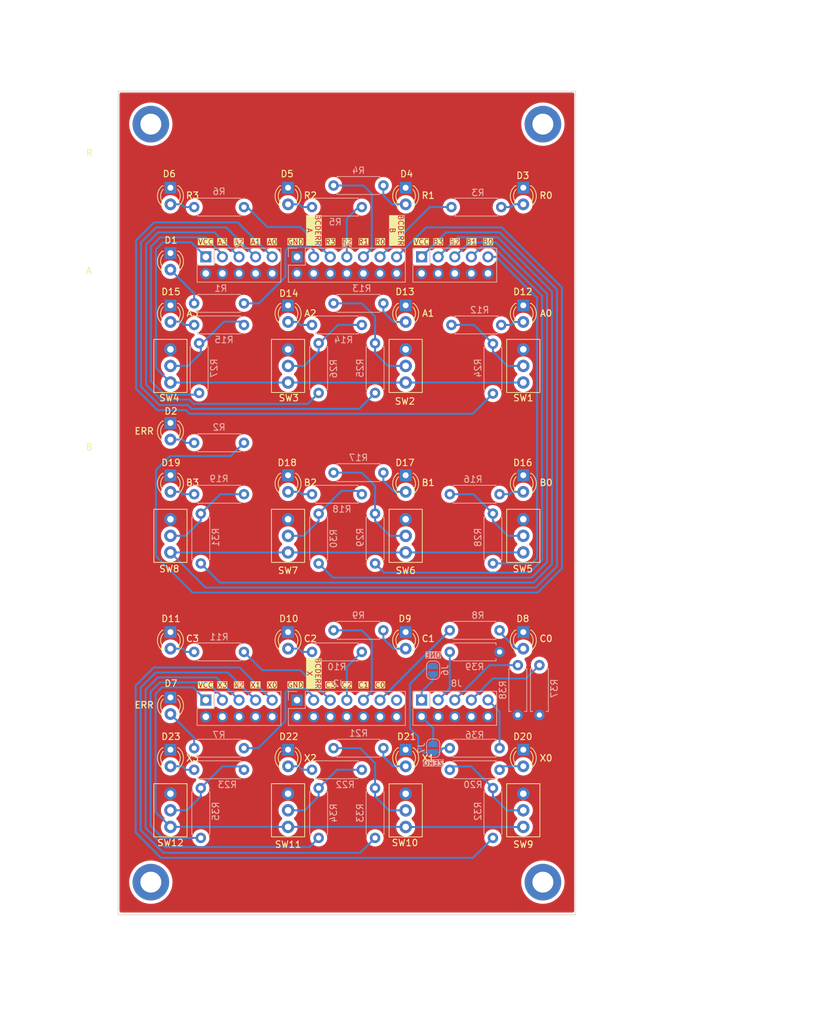
<source format=kicad_pcb>
(kicad_pcb (version 20221018) (generator pcbnew)
  (layers (0 "F.Cu" signal) (31 "B.Cu" signal) (34 "B.Paste" user) (35 "F.Paste" user) (36 "B.SilkS" user "B.Silkscreen") (37 "F.SilkS" user "F.Silkscreen") (38 "B.Mask" user) (39 "F.Mask" user) (44 "Edge.Cuts" user))
  (net 0 "")
  (net 1 "Net-(D1-A)")
  (net 2 "/BCDErrA")
  (net 3 "Net-(D2-A)")
  (net 4 "/BCDErrB")
  (net 5 "Net-(D3-A)")
  (net 6 "/RESULT0")
  (net 7 "Net-(D4-A)")
  (net 8 "/RESULT1")
  (net 9 "Net-(D5-A)")
  (net 10 "/RESULT2")
  (net 11 "Net-(D6-A)")
  (net 12 "/RESULT3")
  (net 13 "Net-(D7-A)")
  (net 14 "/BCDErrX")
  (net 15 "Net-(D8-A)")
  (net 16 "/COUNT0")
  (net 17 "Net-(D9-A)")
  (net 18 "/COUNT1")
  (net 19 "Net-(D10-A)")
  (net 20 "/COUNT2")
  (net 21 "Net-(D11-A)")
  (net 22 "/COUNT3")
  (net 23 "Net-(D12-A)")
  (net 24 "/A0")
  (net 25 "Net-(D13-A)")
  (net 26 "/A1")
  (net 27 "Net-(D14-A)")
  (net 28 "/A2")
  (net 29 "Net-(D15-A)")
  (net 30 "/A3")
  (net 31 "Net-(D16-A)")
  (net 32 "/B0")
  (net 33 "Net-(D17-A)")
  (net 34 "/B1")
  (net 35 "Net-(D18-A)")
  (net 36 "/B2")
  (net 37 "Net-(D19-A)")
  (net 38 "/B3")
  (net 39 "Net-(D20-A)")
  (net 40 "/X0")
  (net 41 "Net-(D21-A)")
  (net 42 "/X1")
  (net 43 "Net-(D22-A)")
  (net 44 "/X2")
  (net 45 "Net-(D23-A)")
  (net 46 "/X3")
  (net 47 "GND")
  (net 49 "/VCC_A")
  (net 50 "Net-(J3-Pin_3)")
  (net 51 "Net-(J3-Pin_5)")
  (net 52 "Net-(J3-Pin_7)")
  (net 53 "Net-(J3-Pin_9)")
  (net 54 "/VCC_B")
  (net 55 "Net-(J4-Pin_3)")
  (net 56 "Net-(J4-Pin_5)")
  (net 57 "Net-(J4-Pin_7)")
  (net 58 "Net-(J4-Pin_9)")
  (net 59 "/VCC_X")
  (net 60 "Net-(J5-Pin_3)")
  (net 61 "Net-(J5-Pin_5)")
  (net 62 "Net-(J5-Pin_7)")
  (net 63 "Net-(J5-Pin_9)")
  (net 64 "/VCC_ONE")
  (net 65 "Net-(J6-Pin_2)")
  (net 66 "Net-(J8-Pin_3)")
  (net 67 "Net-(J8-Pin_5)")
  (net 68 "Net-(J8-Pin_7)")
  (net 69 "Net-(J8-Pin_9)")
  (footprint "MevaLlibreriaFootprint:LED_D3.0mm_Centrat" (layer "F.Cu") (at 112.7 79.08 -90)
    (fp_text reference "D6")
    (fp_text value "LED")
  )
  (footprint "MevaLlibreriaFootprint:LED_D3.0mm_Centrat" (layer "F.Cu") (at 112.7 157.08 -90)
    (fp_text reference "D7")
    (fp_text value "LED")
  )
  (footprint "MevaLlibreriaFootprint:LED_D3.0mm_Centrat" (layer "F.Cu") (at 130.7 147.08 -90)
    (fp_text reference "D10")
    (fp_text value "LED")
  )
  (footprint "MevaLlibreriaFootprint:LED_D3.0mm_Centrat" (layer "F.Cu") (at 112.7 115.08 -90)
    (fp_text reference "D2")
    (fp_text value "LED")
  )
  (footprint "MevaLlibreriaFootprint:LED_D3.0mm_Centrat" (layer "F.Cu") (at 112.7 97.08 -90)
    (fp_text reference "D15")
    (fp_text value "LED")
  )
  (footprint "MevaLlibreriaFootprint:SW_Toggle_SPDT_Vertical_Mini" (layer "F.Cu") (at 130.7 131.08)
    (fp_text reference "SW7")
    (fp_text value "SW_SPDT")
  )
  (footprint "MevaLlibreriaFootprint:LED_D3.0mm_Centrat" (layer "F.Cu") (at 148.7 97.08 -90)
    (fp_text reference "D13")
    (fp_text value "LED")
  )
  (footprint "MevaLlibreriaFootprint:LED_D3.0mm_Centrat" (layer "F.Cu") (at 130.7 79.08 -90)
    (fp_text reference "D5")
    (fp_text value "LED")
  )
  (footprint "MevaLlibreriaFootprint:SW_Toggle_SPDT_Vertical_Mini" (layer "F.Cu") (at 148.7 105.08)
    (fp_text reference "SW2")
    (fp_text value "SW_SPDT")
  )
  (footprint "MevaLlibreriaFootprint:LED_D3.0mm_Centrat" (layer "F.Cu") (at 130.7 165.08 -90)
    (fp_text reference "D22")
    (fp_text value "LED")
  )
  (footprint "MevaLlibreriaFootprint:SW_Toggle_SPDT_Vertical_Mini" (layer "F.Cu") (at 130.7 105.08)
    (fp_text reference "SW3")
    (fp_text value "SW_SPDT")
  )
  (footprint "MevaLlibreriaFootprint:SW_Toggle_SPDT_Vertical_Mini" (layer "F.Cu") (at 148.7 131.08)
    (fp_text reference "SW6")
    (fp_text value "SW_SPDT")
  )
  (footprint "MevaLlibreriaFootprint:LED_D3.0mm_Centrat" (layer "F.Cu") (at 166.7 123.08 -90)
    (fp_text reference "D16")
    (fp_text value "LED")
  )
  (footprint "MountingHole:MountingHole_3.2mm_M3_DIN965_Pad" (layer "F.Cu") (at 169.7 184.08)
    (fp_text reference "H3" hide)
    (fp_text value "MountingHole")
  )
  (footprint "MevaLlibreriaFootprint:LED_D3.0mm_Centrat" (layer "F.Cu") (at 166.7 97.08 -90)
    (fp_text reference "D12")
    (fp_text value "LED")
  )
  (footprint "MevaLlibreriaFootprint:LED_D3.0mm_Centrat" (layer "F.Cu") (at 112.7 89.08 -90)
    (fp_text reference "D1")
    (fp_text value "LED")
  )
  (footprint "MevaLlibreriaFootprint:LED_D3.0mm_Centrat" (layer "F.Cu") (at 166.7 79.08 -90)
    (fp_text reference "D3")
    (fp_text value "LED")
  )
  (footprint "MevaLlibreriaFootprint:LED_D3.0mm_Centrat" (layer "F.Cu") (at 112.7 165.08 -90)
    (fp_text reference "D23")
    (fp_text value "LED")
  )
  (footprint "MevaLlibreriaFootprint:SW_Toggle_SPDT_Vertical_Mini" (layer "F.Cu") (at 166.7 131.08)
    (fp_text reference "SW5")
    (fp_text value "SW_SPDT")
  )
  (footprint "MevaLlibreriaFootprint:LED_D3.0mm_Centrat" (layer "F.Cu") (at 148.7 123.08 -90)
    (fp_text reference "D17")
    (fp_text value "LED")
  )
  (footprint "MevaLlibreriaFootprint:LED_D3.0mm_Centrat" (layer "F.Cu") (at 112.7 123.08 -90)
    (fp_text reference "D19")
    (fp_text value "LED")
  )
  (footprint "MevaLlibreriaFootprint:LED_D3.0mm_Centrat" (layer "F.Cu") (at 130.7 123.08 -90)
    (fp_text reference "D18")
    (fp_text value "LED")
  )
  (footprint "MevaLlibreriaFootprint:LED_D3.0mm_Centrat" (layer "F.Cu") (at 112.7 147.08 -90)
    (fp_text reference "D11")
    (fp_text value "LED")
  )
  (footprint "MevaLlibreriaFootprint:LED_D3.0mm_Centrat" (layer "F.Cu") (at 148.7 147.08 -90)
    (fp_text reference "D9")
    (fp_text value "LED")
  )
  (footprint "MevaLlibreriaFootprint:LED_D3.0mm_Centrat" (layer "F.Cu") (at 130.7 97.08 -90)
    (fp_text reference "D14")
    (fp_text value "LED")
  )
  (footprint "MevaLlibreriaFootprint:SW_Toggle_SPDT_Vertical_Mini" (layer "F.Cu") (at 112.7 131.08)
    (fp_text reference "SW8")
    (fp_text value "SW_SPDT")
  )
  (footprint "MountingHole:MountingHole_3.2mm_M3_DIN965_Pad" (layer "F.Cu") (at 169.7 68.08)
    (fp_text reference "H2" hide)
    (fp_text value "MountingHole")
  )
  (footprint "MevaLlibreriaFootprint:SW_Toggle_SPDT_Vertical_Mini" (layer "F.Cu") (at 166.7 173.08)
    (fp_text reference "SW9")
    (fp_text value "SW_SPDT")
  )
  (footprint "MevaLlibreriaFootprint:SW_Toggle_SPDT_Vertical_Mini" (layer "F.Cu") (at 112.7 105.08)
    (fp_text reference "SW4")
    (fp_text value "SW_SPDT")
  )
  (footprint "MevaLlibreriaFootprint:LED_D3.0mm_Centrat" (layer "F.Cu") (at 166.7 147.08 -90)
    (fp_text reference "D8")
    (fp_text value "LED")
  )
  (footprint "MevaLlibreriaFootprint:LED_D3.0mm_Centrat" (layer "F.Cu") (at 148.7 165.08 -90)
    (fp_text reference "D21")
    (fp_text value "LED")
  )
  (footprint "MevaLlibreriaFootprint:SW_Toggle_SPDT_Vertical_Mini" (layer "F.Cu") (at 112.7 173.08)
    (fp_text reference "SW12")
    (fp_text value "SW_SPDT")
  )
  (footprint "MountingHole:MountingHole_3.2mm_M3_DIN965_Pad" (layer "F.Cu") (at 109.7 184.08)
    (fp_text reference "H4" hide)
    (fp_text value "MountingHole")
  )
  (footprint "MevaLlibreriaFootprint:SW_Toggle_SPDT_Vertical_Mini" (layer "F.Cu") (at 166.7 105.08)
    (fp_text reference "SW1")
    (fp_text value "SW_SPDT")
  )
  (footprint "MevaLlibreriaFootprint:SW_Toggle_SPDT_Vertical_Mini" (layer "F.Cu") (at 148.7 173.096)
    (fp_text reference "SW10")
    (fp_text value "SW_SPDT")
  )
  (footprint "MountingHole:MountingHole_3.2mm_M3_DIN965_Pad" (layer "F.Cu") (at 109.7 68.08)
    (fp_text reference "H1" hide)
    (fp_text value "MountingHole")
  )
  (footprint "MevaLlibreriaFootprint:LED_D3.0mm_Centrat" (layer "F.Cu") (at 166.7 165.08 -90)
    (fp_text reference "D20")
    (fp_text value "LED")
  )
  (footprint "MevaLlibreriaFootprint:LED_D3.0mm_Centrat" (layer "F.Cu") (at 148.7 79.08 -90)
    (fp_text reference "D4")
    (fp_text value "LED")
  )
  (footprint "MevaLlibreriaFootprint:SW_Toggle_SPDT_Vertical_Mini" (layer "F.Cu") (at 130.7 173.08)
    (fp_text reference "SW11")
    (fp_text value "SW_SPDT")
  )
  (footprint "Jumper:SolderJumper-2_P1.3mm_Open_RoundedPad1.0x1.5mm" (layer "B.Cu") (at 152.908 163.576 -90)
    (fp_text reference "J7")
    (fp_text value "Conn_01x02_Pin")
  )
  (footprint "Resistor_THT:R_Axial_DIN0207_L6.3mm_D2.5mm_P7.62mm_Horizontal" (layer "B.Cu") (at 123.952 80.772 180)
    (fp_text reference "R6")
    (fp_text value "4K7")
  )
  (footprint "Resistor_THT:R_Axial_DIN0207_L6.3mm_D2.5mm_P7.62mm_Horizontal" (layer "B.Cu") (at 137.668 77.47)
    (fp_text reference "R4")
    (fp_text value "4K7")
  )
  (footprint "Resistor_THT:R_Axial_DIN0207_L6.3mm_D2.5mm_P7.62mm_Horizontal" (layer "B.Cu") (at 155.448 145.542)
    (fp_text reference "R8")
    (fp_text value "4K7")
  )
  (footprint "Jumper:SolderJumper-2_P1.3mm_Open_RoundedPad1.0x1.5mm" (layer "B.Cu") (at 152.908 151.638 90)
    (fp_text reference "J6")
    (fp_text value "Conn_01x02_Pin")
  )
  (footprint "Resistor_THT:R_Axial_DIN0207_L6.3mm_D2.5mm_P7.62mm_Horizontal" (layer "B.Cu") (at 123.952 116.84 180)
    (fp_text reference "R2")
    (fp_text value "4K7")
  )
  (footprint "Resistor_THT:R_Axial_DIN0207_L6.3mm_D2.5mm_P7.62mm_Horizontal" (layer "B.Cu") (at 165.862 158.496 90)
    (fp_text reference "R38")
    (fp_text value "470R")
  )
  (footprint "Resistor_THT:R_Axial_DIN0207_L6.3mm_D2.5mm_P7.62mm_Horizontal" (layer "B.Cu") (at 155.448 166.878)
    (fp_text reference "R20")
    (fp_text value "4K7")
  )
  (footprint "Resistor_THT:R_Axial_DIN0207_L6.3mm_D2.5mm_P7.62mm_Horizontal" (layer "B.Cu") (at 123.952 95.504 180)
    (fp_text reference "R1")
    (fp_text value "4K7")
  )
  (footprint "Resistor_THT:R_Axial_DIN0207_L6.3mm_D2.5mm_P7.62mm_Horizontal" (layer "B.Cu") (at 141.986 124.714 180)
    (fp_text reference "R18")
    (fp_text value "4K7")
  )
  (footprint "Resistor_THT:R_Axial_DIN0207_L6.3mm_D2.5mm_P7.62mm_Horizontal" (layer "B.Cu") (at 135.382 169.688 -90)
    (fp_text reference "R34")
    (fp_text value "470R")
  )
  (footprint "Resistor_THT:R_Axial_DIN0207_L6.3mm_D2.5mm_P7.62mm_Horizontal" (layer "B.Cu") (at 162.052 101.69 -90)
    (fp_text reference "R24")
    (fp_text value "470R")
  )
  (footprint "Resistor_THT:R_Axial_DIN0207_L6.3mm_D2.5mm_P7.62mm_Horizontal" (layer "B.Cu") (at 137.668 145.542)
    (fp_text reference "R9")
    (fp_text value "4K7")
  )
  (footprint "Resistor_THT:R_Axial_DIN0207_L6.3mm_D2.5mm_P7.62mm_Horizontal" (layer "B.Cu") (at 162.052 127.682 -90)
    (fp_text reference "R28")
    (fp_text value "470R")
  )
  (footprint "Resistor_THT:R_Axial_DIN0207_L6.3mm_D2.5mm_P7.62mm_Horizontal" (layer "B.Cu") (at 141.986 98.806 180)
    (fp_text reference "R14")
    (fp_text value "4K7")
  )
  (footprint "Resistor_THT:R_Axial_DIN0207_L6.3mm_D2.5mm_P7.62mm_Horizontal" (layer "B.Cu") (at 117.348 169.688 -90)
    (fp_text reference "R35")
    (fp_text value "470R")
  )
  (footprint "Resistor_THT:R_Axial_DIN0207_L6.3mm_D2.5mm_P7.62mm_Horizontal" (layer "B.Cu") (at 123.952 98.806 180)
    (fp_text reference "R15")
    (fp_text value "4K7")
  )
  (footprint "Resistor_THT:R_Axial_DIN0207_L6.3mm_D2.5mm_P7.62mm_Horizontal" (layer "B.Cu") (at 117.094 101.6 -90)
    (fp_text reference "R27")
    (fp_text value "470R")
  )
  (footprint "Resistor_THT:R_Axial_DIN0207_L6.3mm_D2.5mm_P7.62mm_Horizontal" (layer "B.Cu") (at 123.952 163.576 180)
    (fp_text reference "R7")
    (fp_text value "4K7")
  )
  (footprint "Resistor_THT:R_Axial_DIN0207_L6.3mm_D2.5mm_P7.62mm_Horizontal" (layer "B.Cu") (at 141.986 80.772 180)
    (fp_text reference "R5")
    (fp_text value "4K7")
  )
  (footprint "Resistor_THT:R_Axial_DIN0207_L6.3mm_D2.5mm_P7.62mm_Horizontal" (layer "B.Cu") (at 163.068 148.844 180)
    (fp_text reference "R39")
    (fp_text value "470R")
  )
  (footprint "Resistor_THT:R_Axial_DIN0207_L6.3mm_D2.5mm_P7.62mm_Horizontal" (layer "B.Cu") (at 155.448 163.576)
    (fp_text reference "R36")
    (fp_text value "470R")
  )
  (footprint "Connector_PinHeader_2.54mm:PinHeader_2x07_P2.54mm_Vertical" (layer "B.Cu") (at 132.075 88.387 -90)
    (fp_text reference "J1")
    (fp_text value "Conn_01x14_Socket" hide)
  )
  (footprint "Resistor_THT:R_Axial_DIN0207_L6.3mm_D2.5mm_P7.62mm_Horizontal" (layer "B.Cu") (at 155.448 124.714)
    (fp_text reference "R16")
    (fp_text value "4K7")
  )
  (footprint "Resistor_THT:R_Axial_DIN0207_L6.3mm_D2.5mm_P7.62mm_Horizontal" (layer "B.Cu") (at 137.668 163.576)
    (fp_text reference "R21")
    (fp_text value "4K7")
  )
  (footprint "Resistor_THT:R_Axial_DIN0207_L6.3mm_D2.5mm_P7.62mm_Horizontal" (layer "B.Cu") (at 137.668 121.412)
    (fp_text reference "R17")
    (fp_text value "4K7")
  )
  (footprint "Resistor_THT:R_Axial_DIN0207_L6.3mm_D2.5mm_P7.62mm_Horizontal" (layer "B.Cu") (at 135.382 127.69 -90)
    (fp_text reference "R30")
    (fp_text value "470R")
  )
  (footprint "Resistor_THT:R_Axial_DIN0207_L6.3mm_D2.5mm_P7.62mm_Horizontal" (layer "B.Cu") (at 144.018 169.688 -90)
    (fp_text reference "R33")
    (fp_text value "470R")
  )
  (footprint "Connector_PinHeader_2.54mm:PinHeader_2x07_P2.54mm_Vertical" (layer "B.Cu") (at 132.075 156.221 -90)
    (fp_text reference "J2")
    (fp_text value "Conn_01x14_Socket" hide)
  )
  (footprint "Resistor_THT:R_Axial_DIN0207_L6.3mm_D2.5mm_P7.62mm_Horizontal" (layer "B.Cu") (at 155.702 80.772)
    (fp_text reference "R3")
    (fp_text value "4K7")
  )
  (footprint "Resistor_THT:R_Axial_DIN0207_L6.3mm_D2.5mm_P7.62mm_Horizontal" (layer "B.Cu") (at 144.018 127.682 -90)
    (fp_text reference "R29")
    (fp_text value "470R")
  )
  (footprint "Resistor_THT:R_Axial_DIN0207_L6.3mm_D2.5mm_P7.62mm_Horizontal" (layer "B.Cu") (at 117.348 127.682 -90)
    (fp_text reference "R31")
    (fp_text value "470R")
  )
  (footprint "Connector_PinHeader_2.54mm:PinHeader_2x05_P2.54mm_Vertical" (layer "B.Cu") (at 151.135 156.205 -90)
    (fp_text reference "J8")
    (fp_text value "Conn_01x10_Socket")
  )
  (footprint "Connector_PinHeader_2.54mm:PinHeader_2x05_P2.54mm_Vertical" (layer "B.Cu") (at 151.135 88.387 -90)
    (fp_text reference "J4")
    (fp_text value "Conn_01x10_Socket" hide)
  )
  (footprint "Resistor_THT:R_Axial_DIN0207_L6.3mm_D2.5mm_P7.62mm_Horizontal" (layer "B.Cu") (at 162.052 169.688 -90)
    (fp_text reference "R32")
    (fp_text value "470R")
  )
  (footprint "Connector_PinHeader_2.54mm:PinHeader_2x05_P2.54mm_Vertical" (layer "B.Cu") (at 118.115 156.221 -90)
    (fp_text reference "J5")
    (fp_text value "Conn_01x10_Socket" hide)
  )
  (footprint "Resistor_THT:R_Axial_DIN0207_L6.3mm_D2.5mm_P7.62mm_Horizontal" (layer "B.Cu") (at 144.018 101.6 -90)
    (fp_text reference "R25")
    (fp_text value "470R")
  )
  (footprint "Resistor_THT:R_Axial_DIN0207_L6.3mm_D2.5mm_P7.62mm_Horizontal" (layer "B.Cu") (at 137.668 95.504)
    (fp_text reference "R13")
    (fp_text value "4K7")
  )
  (footprint "Connector_PinHeader_2.54mm:PinHeader_2x05_P2.54mm_Vertical" (layer "B.Cu") (at 118.115 88.387 -90)
    (fp_text reference "J3")
    (fp_text value "Conn_01x10_Socket" hide)
  )
  (footprint "Resistor_THT:R_Axial_DIN0207_L6.3mm_D2.5mm_P7.62mm_Horizontal" (layer "B.Cu") (at 169.164 158.496 90)
    (fp_text reference "R37")
    (fp_text value "470R")
  )
  (footprint "Resistor_THT:R_Axial_DIN0207_L6.3mm_D2.5mm_P7.62mm_Horizontal" (layer "B.Cu") (at 141.986 166.878 180)
    (fp_text reference "R22")
    (fp_text value "4K7")
  )
  (footprint "Resistor_THT:R_Axial_DIN0207_L6.3mm_D2.5mm_P7.62mm_Horizontal" (layer "B.Cu") (at 123.952 124.714 180)
    (fp_text reference "R19")
    (fp_text value "4K7")
  )
  (footprint "Resistor_THT:R_Axial_DIN0207_L6.3mm_D2.5mm_P7.62mm_Horizontal" (layer "B.Cu") (at 155.702 98.806)
    (fp_text reference "R12")
    (fp_text value "4K7")
  )
  (footprint "Resistor_THT:R_Axial_DIN0207_L6.3mm_D2.5mm_P7.62mm_Horizontal" (layer "B.Cu") (at 123.952 148.844 180)
    (fp_text reference "R11")
    (fp_text value "4K7")
  )
  (footprint "Resistor_THT:R_Axial_DIN0207_L6.3mm_D2.5mm_P7.62mm_Horizontal" (layer "B.Cu") (at 135.382 101.6 -90)
    (fp_text reference "R26")
    (fp_text value "470R")
  )
  (footprint "Resistor_THT:R_Axial_DIN0207_L6.3mm_D2.5mm_P7.62mm_Horizontal" (layer "B.Cu") (at 141.986 148.844 180)
    (fp_text reference "R10")
    (fp_text value "4K7")
  )
  (footprint "Resistor_THT:R_Axial_DIN0207_L6.3mm_D2.5mm_P7.62mm_Horizontal" (layer "B.Cu") (at 123.952 166.878 180)
    (fp_text reference "R23")
    (fp_text value "4K7")
  )
  (gr_rect (start 104.7 63.048) (end 174.7 189.08) (stroke (width 0.1)) (fill none) (layer "Edge.Cuts"))
  (gr_text "ONE" (at 152.908 149.352) (layer "B.SilkS" knockout) (effects (font (size 0.8 0.8) (thickness 0.12)) (justify mirror)))
  (gr_text "ZERO" (at 152.908 165.862) (layer "B.SilkS" knockout) (effects (font (size 0.8 0.8) (thickness 0.12)) (justify mirror)))
  (gr_text "A0" (at 128.27 86.106) (layer "F.SilkS" knockout) (effects (font (size 0.8 0.8) (thickness 0.12))))
  (gr_text "R1" (at 142.24 86.106) (layer "F.SilkS" knockout) (effects (font (size 0.8 0.8) (thickness 0.12))))
  (gr_text "VCC" (at 118.11 153.924) (layer "F.SilkS" knockout) (effects (font (size 0.8 0.8) (thickness 0.12))))
  (gr_text "B3" (at 116.078 122.936) (layer "F.SilkS") (effects (font (size 1 1) (thickness 0.16))))
  (gr_text "C0" (at 170.18 146.812) (layer "F.SilkS") (effects (font (size 1 1) (thickness 0.16))))
  (gr_text "A2" (at 134.112 97.028) (layer "F.SilkS") (effects (font (size 1 1) (thickness 0.16))))
  (gr_text "X2" (at 134.112 165.1) (layer "F.SilkS") (effects (font (size 1 1) (thickness 0.16))))
  (gr_text "X3" (at 120.65 153.924) (layer "F.SilkS" knockout) (effects (font (size 0.8 0.8) (thickness 0.12))))
  (gr_text "B2" (at 134.112 122.936) (layer "F.SilkS") (effects (font (size 1 1) (thickness 0.16))))
  (gr_text "B" (at 99.7 118.08) (layer "F.SilkS") (effects (font (size 1 1)) (justify left bottom)))
  (gr_text "B0" (at 170.18 122.936) (layer "F.SilkS") (effects (font (size 1 1) (thickness 0.16))))
  (gr_text "B2" (at 156.21 86.106) (layer "F.SilkS" knockout) (effects (font (size 0.8 0.8) (thickness 0.12))))
  (gr_text "ERR" (at 110.236 115.062) (layer "F.SilkS") (effects (font (size 1 1) (thickness 0.16)) (justify right)))
  (gr_text "BCDERR\nA" (at 134.62 84.328 270) (layer "F.SilkS" knockout) (effects (font (size 0.8 0.8) (thickness 0.12))))
  (gr_text "A1" (at 125.73 86.106) (layer "F.SilkS" knockout) (effects (font (size 0.8 0.8) (thickness 0.12))))
  (gr_text "R3" (at 137.16 86.106) (layer "F.SilkS" knockout) (effects (font (size 0.8 0.8) (thickness 0.12))))
  (gr_text "A" (at 99.7 91.08) (layer "F.SilkS") (effects (font (size 1 1)) (justify left bottom)))
  (gr_text "R1" (at 152.146 78.994) (layer "F.SilkS") (effects (font (size 1 1) (thickness 0.16))))
  (gr_text "R0" (at 144.78 86.106) (layer "F.SilkS" knockout) (effects (font (size 0.8 0.8) (thickness 0.12))))
  (gr_text "R0" (at 170.18 78.994) (layer "F.SilkS") (effects (font (size 1 1) (thickness 0.16))))
  (gr_text "C2" (at 134.112 146.812) (layer "F.SilkS") (effects (font (size 1 1) (thickness 0.16))))
  (gr_text "X0" (at 128.27 153.924) (layer "F.SilkS" knockout) (effects (font (size 0.8 0.8) (thickness 0.12))))
  (gr_text "ERR" (at 110.236 156.972) (layer "F.SilkS") (effects (font (size 1 1) (thickness 0.16)) (justify right)))
  (gr_text "B3" (at 153.67 86.106) (layer "F.SilkS" knockout) (effects (font (size 0.8 0.8) (thickness 0.12))))
  (gr_text "R2" (at 139.7 86.106) (layer "F.SilkS" knockout) (effects (font (size 0.8 0.8) (thickness 0.12))))
  (gr_text "A3" (at 120.65 86.106) (layer "F.SilkS" knockout) (effects (font (size 0.8 0.8) (thickness 0.12))))
  (gr_text "C2" (at 139.7 153.924) (layer "F.SilkS" knockout) (effects (font (size 0.8 0.8) (thickness 0.12))))
  (gr_text "BCDERR\nB" (at 147.32 84.328 270) (layer "F.SilkS" knockout) (effects (font (size 0.8 0.8) (thickness 0.12))))
  (gr_text "A2" (at 123.19 86.106) (layer "F.SilkS" knockout) (effects (font (size 0.8 0.8) (thickness 0.12))))
  (gr_text "C3" (at 116.078 146.812) (layer "F.SilkS") (effects (font (size 1 1) (thickness 0.16))))
  (gr_text "A1" (at 152.146 97.028) (layer "F.SilkS") (effects (font (size 1 1) (thickness 0.16))))
  (gr_text "R2" (at 134.112 78.994) (layer "F.SilkS") (effects (font (size 1 1) (thickness 0.16))))
  (gr_text "C0" (at 144.78 153.924) (layer "F.SilkS" knockout) (effects (font (size 0.8 0.8) (thickness 0.12))))
  (gr_text "R" (at 99.7 73.08) (layer "F.SilkS") (effects (font (size 1 1)) (justify left bottom)))
  (gr_text "C3" (at 137.16 153.924) (layer "F.SilkS" knockout) (effects (font (size 0.8 0.8) (thickness 0.12))))
  (gr_text "B0" (at 161.29 86.106) (layer "F.SilkS" knockout) (effects (font (size 0.8 0.8) (thickness 0.12))))
  (gr_text "R3" (at 116.078 78.994) (layer "F.SilkS") (effects (font (size 1 1) (thickness 0.16))))
  (gr_text "B1" (at 152.146 122.936) (layer "F.SilkS") (effects (font (size 1 1) (thickness 0.16))))
  (gr_text "X1" (at 152.146 165.1) (layer "F.SilkS") (effects (font (size 1 1) (thickness 0.16))))
  (gr_text "B1" (at 158.75 86.106) (layer "F.SilkS" knockout) (effects (font (size 0.8 0.8) (thickness 0.12))))
  (gr_text "A0" (at 170.18 97.028) (layer "F.SilkS") (effects (font (size 1 1) (thickness 0.16))))
  (gr_text "X2" (at 123.19 153.924) (layer "F.SilkS" knockout) (effects (font (size 0.8 0.8) (thickness 0.12))))
  (gr_text "GND" (at 131.826 86.106) (layer "F.SilkS" knockout) (effects (font (size 0.8 0.8) (thickness 0.12))))
  (gr_text "A3" (at 116.078 97.028) (layer "F.SilkS") (effects (font (size 1 1) (thickness 0.16))))
  (gr_text "C1" (at 152.146 146.812) (layer "F.SilkS") (effects (font (size 1 1) (thickness 0.16))))
  (gr_text "X0" (at 170.18 165.1) (layer "F.SilkS") (effects (font (size 1 1) (thickness 0.16))))
  (gr_text "VCC" (at 151.13 86.106) (layer "F.SilkS" knockout) (effects (font (size 0.8 0.8) (thickness 0.12))))
  (gr_text "X3" (at 116.078 165.1) (layer "F.SilkS") (effects (font (size 1 1) (thickness 0.16))))
  (gr_text "C1" (at 142.24 153.924) (layer "F.SilkS" knockout) (effects (font (size 0.8 0.8) (thickness 0.12))))
  (gr_text "VCC" (at 118.11 86.106) (layer "F.SilkS" knockout) (effects (font (size 0.8 0.8) (thickness 0.12))))
  (gr_text "GND" (at 131.826 153.924) (layer "F.SilkS" knockout) (effects (font (size 0.8 0.8) (thickness 0.12))))
  (gr_text "BCDERR\nX" (at 134.62 152.146 270) (layer "F.SilkS" knockout) (effects (font (size 0.8 0.8) (thickness 0.12))))
  (gr_text "X1" (at 125.73 153.924) (layer "F.SilkS" knockout) (effects (font (size 0.8 0.8) (thickness 0.12))))
  (segment (start 112.7 90.35) (end 116.332 93.982) (width 0.3048) (layer "B.Cu") (net 1))
  (segment (start 116.332 93.982) (end 116.332 95.504) (width 0.3048) (layer "B.Cu") (net 1))
  (segment (start 134.615 88.387) (end 134.615 87.371) (width 0.3048) (layer "B.Cu") (net 2))
  (segment (start 130.302 91.44) (end 126.238 95.504) (width 0.3048) (layer "B.Cu") (net 2))
  (segment (start 134.615 87.371) (end 134.1714 86.9274) (width 0.3048) (layer "B.Cu") (net 2))
  (segment (start 134.1714 86.9274) (end 130.7506 86.9274) (width 0.3048) (layer "B.Cu") (net 2))
  (segment (start 126.238 95.504) (end 123.952 95.504) (width 0.3048) (layer "B.Cu") (net 2))
  (segment (start 130.302 87.376) (end 130.302 91.44) (width 0.3048) (layer "B.Cu") (net 2))
  (segment (start 130.7506 86.9274) (end 130.302 87.376) (width 0.3048) (layer "B.Cu") (net 2))
  (segment (start 115.062 116.84) (end 116.332 116.84) (width 0.3048) (layer "B.Cu") (net 3))
  (segment (start 112.7 116.35) (end 114.572 116.35) (width 0.3048) (layer "B.Cu") (net 3))
  (segment (start 114.572 116.35) (end 115.062 116.84) (width 0.3048) (layer "B.Cu") (net 3))
  (segment (start 147.315 88.387) (end 151.8226 83.8794) (width 0.3048) (layer "B.Cu") (net 4))
  (segment (start 110.49 134.186318) (end 110.49 121.0008) (width 0.3048) (layer "B.Cu") (net 4))
  (segment (start 110.49 121.0008) (end 112.6188 118.872) (width 0.3048) (layer "B.Cu") (net 4))
  (segment (start 151.8226 83.8794) (end 163.418719 83.8794) (width 0.3048) (layer "B.Cu") (net 4))
  (segment (start 116.063282 139.7596) (end 110.49 134.186318) (width 0.3048) (layer "B.Cu") (net 4))
  (segment (start 121.92 118.872) (end 123.952 116.84) (width 0.3048) (layer "B.Cu") (net 4))
  (segment (start 112.6188 118.872) (end 121.92 118.872) (width 0.3048) (layer "B.Cu") (net 4))
  (segment (start 172.6196 136.06055) (end 168.920551 139.7596) (width 0.3048) (layer "B.Cu") (net 4))
  (segment (start 168.920551 139.7596) (end 116.063282 139.7596) (width 0.3048) (layer "B.Cu") (net 4))
  (segment (start 172.6196 93.080279) (end 172.6196 136.06055) (width 0.3048) (layer "B.Cu") (net 4))
  (segment (start 163.418719 83.8794) (end 172.6196 93.080279) (width 0.3048) (layer "B.Cu") (net 4))
  (segment (start 166.7 80.35) (end 165.268 80.35) (width 0.3048) (layer "B.Cu") (net 5))
  (segment (start 165.268 80.35) (end 164.846 80.772) (width 0.3048) (layer "B.Cu") (net 5))
  (segment (start 164.846 80.772) (end 163.322 80.772) (width 0.3048) (layer "B.Cu") (net 5))
  (segment (start 144.775 88.387) (end 152.39 80.772) (width 0.3048) (layer "B.Cu") (net 6))
  (segment (start 152.39 80.772) (end 155.702 80.772) (width 0.3048) (layer "B.Cu") (net 6))
  (segment (start 146.644 80.35) (end 145.288 78.994) (width 0.3048) (layer "B.Cu") (net 7))
  (segment (start 148.7 80.35) (end 146.644 80.35) (width 0.3048) (layer "B.Cu") (net 7))
  (segment (start 145.288 78.994) (end 145.288 76.866) (width 0.3048) (layer "B.Cu") (net 7))
  (segment (start 142.235 88.387) (end 143.51 87.112) (width 0.3048) (layer "B.Cu") (net 8))
  (segment (start 143.51 87.112) (end 143.51 78.74) (width 0.3048) (layer "B.Cu") (net 8))
  (segment (start 142.24 77.47) (end 137.668 77.47) (width 0.3048) (layer "B.Cu") (net 8))
  (segment (start 143.51 78.74) (end 142.24 77.47) (width 0.3048) (layer "B.Cu") (net 8))
  (segment (start 132.42 80.35) (end 130.7 80.35) (width 0.3048) (layer "B.Cu") (net 9))
  (segment (start 132.842 80.772) (end 132.42 80.35) (width 0.3048) (layer "B.Cu") (net 9))
  (segment (start 134.366 80.772) (end 132.842 80.772) (width 0.3048) (layer "B.Cu") (net 9))
  (segment (start 139.695 82.555) (end 141.986 80.264) (width 0.3048) (layer "B.Cu") (net 10))
  (segment (start 139.695 88.387) (end 139.695 82.555) (width 0.3048) (layer "B.Cu") (net 10))
  (segment (start 112.882 80.168) (end 112.7 80.35) (width 0.3048) (layer "B.Cu") (net 11))
  (segment (start 112.7 80.35) (end 114.386 80.35) (width 0.3048) (layer "B.Cu") (net 11))
  (segment (start 114.808 80.772) (end 116.332 80.772) (width 0.3048) (layer "B.Cu") (net 11))
  (segment (start 114.386 80.35) (end 114.808 80.772) (width 0.3048) (layer "B.Cu") (net 11))
  (segment (start 132.588 83.82) (end 127.508 83.82) (width 0.3048) (layer "B.Cu") (net 12))
  (segment (start 137.155 88.387) (end 132.588 83.82) (width 0.3048) (layer "B.Cu") (net 12))
  (segment (start 127.508 83.82) (end 123.952 80.264) (width 0.3048) (layer "B.Cu") (net 12))
  (segment (start 116.332 161.982) (end 116.332 163.576) (width 0.3048) (layer "B.Cu") (net 13))
  (segment (start 112.7 158.35) (end 116.332 161.982) (width 0.3048) (layer "B.Cu") (net 13))
  (segment (start 133.366 154.448) (end 134.615 155.697) (width 0.3048) (layer "B.Cu") (net 14))
  (segment (start 130.302 155.0748) (end 130.9288 154.448) (width 0.3048) (layer "B.Cu") (net 14))
  (segment (start 130.9288 154.448) (end 133.366 154.448) (width 0.3048) (layer "B.Cu") (net 14))
  (segment (start 123.952 163.576) (end 126.135093 163.576) (width 0.3048) (layer "B.Cu") (net 14))
  (segment (start 126.135093 163.576) (end 130.302 159.409093) (width 0.3048) (layer "B.Cu") (net 14))
  (segment (start 130.302 159.409093) (end 130.302 155.0748) (width 0.3048) (layer "B.Cu") (net 14))
  (segment (start 134.615 155.697) (end 134.615 156.221) (width 0.3048) (layer "B.Cu") (net 14))
  (segment (start 163.068 145.796) (end 163.068 145.034) (width 0.3048) (layer "B.Cu") (net 15))
  (segment (start 166.7 148.35) (end 165.622 148.35) (width 0.3048) (layer "B.Cu") (net 15))
  (segment (start 165.622 148.35) (end 163.068 145.796) (width 0.3048) (layer "B.Cu") (net 15))
  (segment (start 144.775 156.221) (end 155.448 145.548) (width 0.3048) (layer "B.Cu") (net 16))
  (segment (start 155.448 145.548) (end 155.448 145.542) (width 0.3048) (layer "B.Cu") (net 16))
  (segment (start 146.826 148.35) (end 145.288 146.812) (width 0.3048) (layer "B.Cu") (net 17))
  (segment (start 148.7 148.35) (end 146.826 148.35) (width 0.3048) (layer "B.Cu") (net 17))
  (segment (start 145.288 146.812) (end 145.288 145.542) (width 0.3048) (layer "B.Cu") (net 17))
  (segment (start 143.51 154.946) (end 143.51 147.066) (width 0.3048) (layer "B.Cu") (net 18))
  (segment (start 142.235 156.221) (end 143.51 154.946) (width 0.3048) (layer "B.Cu") (net 18))
  (segment (start 143.51 147.066) (end 141.986 145.542) (width 0.3048) (layer "B.Cu") (net 18))
  (segment (start 141.986 145.542) (end 137.668 145.542) (width 0.3048) (layer "B.Cu") (net 18))
  (segment (start 130.7 148.35) (end 132.348 148.35) (width 0.3048) (layer "B.Cu") (net 19))
  (segment (start 132.348 148.35) (end 132.842 148.844) (width 0.3048) (layer "B.Cu") (net 19))
  (segment (start 132.842 148.844) (end 134.366 148.844) (width 0.3048) (layer "B.Cu") (net 19))
  (segment (start 139.695 156.221) (end 139.695 151.135) (width 0.3048) (layer "B.Cu") (net 20))
  (segment (start 139.695 151.135) (end 141.986 148.844) (width 0.3048) (layer "B.Cu") (net 20))
  (segment (start 115.062 148.844) (end 116.332 148.844) (width 0.3048) (layer "B.Cu") (net 21))
  (segment (start 114.568 148.35) (end 115.062 148.844) (width 0.3048) (layer "B.Cu") (net 21))
  (segment (start 112.7 148.35) (end 114.568 148.35) (width 0.3048) (layer "B.Cu") (net 21))
  (segment (start 137.155 156.221) (end 132.572 151.638) (width 0.3048) (layer "B.Cu") (net 22))
  (segment (start 132.572 151.638) (end 126.746 151.638) (width 0.3048) (layer "B.Cu") (net 22))
  (segment (start 126.746 151.638) (end 123.952 148.844) (width 0.3048) (layer "B.Cu") (net 22))
  (segment (start 165.302 98.35) (end 164.846 98.806) (width 0.3048) (layer "B.Cu") (net 23))
  (segment (start 164.846 98.806) (end 163.322 98.806) (width 0.3048) (layer "B.Cu") (net 23))
  (segment (start 166.7 98.35) (end 165.302 98.35) (width 0.3048) (layer "B.Cu") (net 23))
  (segment (start 162.052 102.87) (end 164.262 105.08) (width 0.3048) (layer "B.Cu") (net 24))
  (segment (start 164.262 105.08) (end 166.7 105.08) (width 0.3048) (layer "B.Cu") (net 24))
  (segment (start 155.702 98.806) (end 159.168 98.806) (width 0.3048) (layer "B.Cu") (net 24))
  (segment (start 162.052 101.69) (end 162.052 102.87) (width 0.3048) (layer "B.Cu") (net 24))
  (segment (start 159.168 98.806) (end 162.052 101.69) (width 0.3048) (layer "B.Cu") (net 24))
  (segment (start 148.7 98.35) (end 146.864 98.35) (width 0.3048) (layer "B.Cu") (net 25))
  (segment (start 146.864 98.35) (end 145.288 96.774) (width 0.3048) (layer "B.Cu") (net 25))
  (segment (start 145.288 96.774) (end 145.288 95.504) (width 0.3048) (layer "B.Cu") (net 25))
  (segment (start 144.018 97.536) (end 141.986 95.504) (width 0.3048) (layer "B.Cu") (net 26))
  (segment (start 141.986 95.504) (end 137.668 95.504) (width 0.3048) (layer "B.Cu") (net 26))
  (segment (start 144.018 101.854) (end 144.018 103.124) (width 0.3048) (layer "B.Cu") (net 26))
  (segment (start 144.018 101.854) (end 144.018 97.536) (width 0.3048) (layer "B.Cu") (net 26))
  (segment (start 145.974 105.08) (end 148.7 105.08) (width 0.3048) (layer "B.Cu") (net 26))
  (segment (start 144.018 103.124) (end 145.974 105.08) (width 0.3048) (layer "B.Cu") (net 26))
  (segment (start 132.132 98.35) (end 132.588 98.806) (width 0.3048) (layer "B.Cu") (net 27))
  (segment (start 130.7 98.35) (end 132.132 98.35) (width 0.3048) (layer "B.Cu") (net 27))
  (segment (start 132.588 98.806) (end 134.366 98.806) (width 0.3048) (layer "B.Cu") (net 27))
  (segment (start 134.366 98.656) (end 134.366 98.806) (width 0.3048) (layer "B.Cu") (net 27))
  (segment (start 135.382 102.87) (end 133.172 105.08) (width 0.3048) (layer "B.Cu") (net 28))
  (segment (start 135.382 101.758) (end 135.382 102.87) (width 0.3048) (layer "B.Cu") (net 28))
  (segment (start 133.172 105.08) (end 130.7 105.08) (width 0.3048) (layer "B.Cu") (net 28))
  (segment (start 138.334 98.806) (end 135.382 101.758) (width 0.3048) (layer "B.Cu") (net 28))
  (segment (start 141.986 98.806) (end 138.334 98.806) (width 0.3048) (layer "B.Cu") (net 28))
  (segment (start 116.332 98.806) (end 114.808 98.806) (width 0.3048) (layer "B.Cu") (net 29))
  (segment (start 112.752 98.298) (end 112.7 98.35) (width 0.3048) (layer "B.Cu") (net 29))
  (segment (start 114.808 98.806) (end 114.3 98.298) (width 0.3048) (layer "B.Cu") (net 29))
  (segment (start 114.3 98.298) (end 112.752 98.298) (width 0.3048) (layer "B.Cu") (net 29))
  (segment (start 117.348 101.854) (end 117.348 103.124) (width 0.3048) (layer "B.Cu") (net 30))
  (segment (start 117.348 103.124) (end 115.392 105.08) (width 0.3048) (layer "B.Cu") (net 30))
  (segment (start 115.392 105.08) (end 112.7 105.08) (width 0.3048) (layer "B.Cu") (net 30))
  (segment (start 120.904 98.298) (end 117.348 101.854) (width 0.3048) (layer "B.Cu") (net 30))
  (segment (start 123.952 98.298) (end 120.904 98.298) (width 0.3048) (layer "B.Cu") (net 30))
  (segment (start 164.956 124.35) (end 164.592 124.714) (width 0.3048) (layer "B.Cu") (net 31))
  (segment (start 166.7 124.35) (end 164.956 124.35) (width 0.3048) (layer "B.Cu") (net 31))
  (segment (start 164.592 124.714) (end 163.068 124.714) (width 0.3048) (layer "B.Cu") (net 31))
  (segment (start 164.338 131.08) (end 166.7 131.08) (width 0.3048) (layer "B.Cu") (net 32))
  (segment (start 159.084 124.714) (end 162.052 127.682) (width 0.3048) (layer "B.Cu") (net 32))
  (segment (start 162.052 127.682) (end 162.052 128.794) (width 0.3048) (layer "B.Cu") (net 32))
  (segment (start 155.448 124.714) (end 159.084 124.714) (width 0.3048) (layer "B.Cu") (net 32))
  (segment (start 162.052 128.794) (end 164.338 131.08) (width 0.3048) (layer "B.Cu") (net 32))
  (segment (start 148.7 124.35) (end 146.956 124.35) (width 0.3048) (layer "B.Cu") (net 33))
  (segment (start 146.956 124.35) (end 145.288 122.682) (width 0.3048) (layer "B.Cu") (net 33))
  (segment (start 145.288 122.682) (end 145.288 121.412) (width 0.3048) (layer "B.Cu") (net 33))
  (segment (start 144.018 127.682) (end 144.018 128.794) (width 0.3048) (layer "B.Cu") (net 34))
  (segment (start 146.304 131.08) (end 148.7 131.08) (width 0.3048) (layer "B.Cu") (net 34))
  (segment (start 144.018 123.444) (end 141.986 121.412) (width 0.3048) (layer "B.Cu") (net 34))
  (segment (start 141.986 121.412) (end 137.668 121.412) (width 0.3048) (layer "B.Cu") (net 34))
  (segment (start 144.018 127.682) (end 144.018 123.444) (width 0.3048) (layer "B.Cu") (net 34))
  (segment (start 144.018 128.794) (end 146.304 131.08) (width 0.3048) (layer "B.Cu") (net 34))
  (segment (start 132.478 124.35) (end 132.842 124.714) (width 0.3048) (layer "B.Cu") (net 35))
  (segment (start 132.842 124.714) (end 134.366 124.714) (width 0.3048) (layer "B.Cu") (net 35))
  (segment (start 130.7 124.35) (end 132.478 124.35) (width 0.3048) (layer "B.Cu") (net 35))
  (segment (start 135.382 128.794) (end 133.096 131.08) (width 0.3048) (layer "B.Cu") (net 36))
  (segment (start 141.986 124.206) (end 138.866 124.206) (width 0.3048) (layer "B.Cu") (net 36))
  (segment (start 138.866 124.206) (end 135.382 127.69) (width 0.3048) (layer "B.Cu") (net 36))
  (segment (start 135.382 127.69) (end 135.382 128.794) (width 0.3048) (layer "B.Cu") (net 36))
  (segment (start 133.096 131.08) (end 130.7 131.08) (width 0.3048) (layer "B.Cu") (net 36))
  (segment (start 114.554 124.714) (end 116.332 124.714) (width 0.3048) (layer "B.Cu") (net 37))
  (segment (start 114.19 124.35) (end 114.554 124.714) (width 0.3048) (layer "B.Cu") (net 37))
  (segment (start 112.7 124.35) (end 114.19 124.35) (width 0.3048) (layer "B.Cu") (net 37))
  (segment (start 117.348 128.746) (end 117.348 127.682) (width 0.3048) (layer "B.Cu") (net 38))
  (segment (start 115.014 131.08) (end 117.348 128.746) (width 0.3048) (layer "B.Cu") (net 38))
  (segment (start 112.7 131.08) (end 115.014 131.08) (width 0.3048) (layer "B.Cu") (net 38))
  (segment (start 123.952 124.714) (end 120.316 124.714) (width 0.3048) (layer "B.Cu") (net 38))
  (segment (start 120.316 124.714) (end 117.348 127.682) (width 0.3048) (layer "B.Cu") (net 38))
  (segment (start 166.7 166.35) (end 163.088 166.35) (width 0.3048) (layer "B.Cu") (net 39))
  (segment (start 163.088 166.35) (end 163.068 166.37) (width 0.3048) (layer "B.Cu") (net 39))
  (segment (start 162.052 170.958) (end 164.174 173.08) (width 0.3048) (layer "B.Cu") (net 40))
  (segment (start 164.174 173.08) (end 166.78 173.08) (width 0.3048) (layer "B.Cu") (net 40))
  (segment (start 158.734 166.37) (end 162.052 169.688) (width 0.3048) (layer "B.Cu") (net 40))
  (segment (start 155.448 166.37) (end 158.734 166.37) (width 0.3048) (layer "B.Cu") (net 40))
  (segment (start 162.052 169.688) (end 162.052 170.958) (width 0.3048) (layer "B.Cu") (net 40))
  (segment (start 148.7 166.35) (end 146.792 166.35) (width 0.3048) (layer "B.Cu") (net 41))
  (segment (start 145.288 164.846) (end 145.288 163.576) (width 0.3048) (layer "B.Cu") (net 41))
  (segment (start 146.792 166.35) (end 145.288 164.846) (width 0.3048) (layer "B.Cu") (net 41))
  (segment (start 144.018 169.688) (end 144.018 165.862) (width 0.3048) (layer "B.Cu") (net 42))
  (segment (start 141.732 163.576) (end 137.668 163.576) (width 0.3048) (layer "B.Cu") (net 42))
  (segment (start 146.156 173.096) (end 144.018 170.958) (width 0.3048) (layer "B.Cu") (net 42))
  (segment (start 144.018 170.958) (end 144.018 169.688) (width 0.3048) (layer "B.Cu") (net 42))
  (segment (start 148.7 173.096) (end 146.156 173.096) (width 0.3048) (layer "B.Cu") (net 42))
  (segment (start 144.018 165.862) (end 141.732 163.576) (width 0.3048) (layer "B.Cu") (net 42))
  (segment (start 132.314 166.35) (end 132.842 166.878) (width 0.3048) (layer "B.Cu") (net 43))
  (segment (start 132.842 166.878) (end 134.366 166.878) (width 0.3048) (layer "B.Cu") (net 43))
  (segment (start 130.7 166.35) (end 132.314 166.35) (width 0.3048) (layer "B.Cu") (net 43))
  (segment (start 138.192 166.878) (end 135.382 169.688) (width 0.3048) (layer "B.Cu") (net 44))
  (segment (start 141.986 166.878) (end 138.192 166.878) (width 0.3048) (layer "B.Cu") (net 44))
  (segment (start 133.26 173.08) (end 135.382 170.958) (width 0.3048) (layer "B.Cu") (net 44))
  (segment (start 135.382 170.958) (end 135.382 169.688) (width 0.3048) (layer "B.Cu") (net 44))
  (segment (start 130.7 173.08) (end 133.26 173.08) (width 0.3048) (layer "B.Cu") (net 44))
  (segment (start 114.534 166.35) (end 115.062 166.878) (width 0.3048) (layer "B.Cu") (net 45))
  (segment (start 112.7 166.35) (end 114.534 166.35) (width 0.3048) (layer "B.Cu") (net 45))
  (segment (start 115.062 166.878) (end 116.332 166.878) (width 0.3048) (layer "B.Cu") (net 45))
  (segment (start 120.666 166.37) (end 117.348 169.688) (width 0.3048) (layer "B.Cu") (net 46))
  (segment (start 117.348 170.958) (end 115.226 173.08) (width 0.3048) (layer "B.Cu") (net 46))
  (segment (start 115.226 173.08) (end 112.7 173.08) (width 0.3048) (layer "B.Cu") (net 46))
  (segment (start 117.348 169.688) (end 117.348 170.958) (width 0.3048) (layer "B.Cu") (net 46))
  (segment (start 123.952 166.37) (end 120.666 166.37) (width 0.3048) (layer "B.Cu") (net 46))
  (segment (start 152.908 162.926) (end 152.908 160.518) (width 0.3048) (layer "B.Cu") (net 47))
  (segment (start 152.908 160.518) (end 151.135 158.745) (width 0.3048) (layer "B.Cu") (net 47))
  (segment (start 111.5736 86.1654) (end 110.49 87.249) (width 0.3048) (layer "B.Cu") (net 49))
  (segment (start 148.7 107.62) (end 166.7 107.62) (width 0.3048) (layer "B.Cu") (net 49))
  (segment (start 110.49 105.41) (end 112.7 107.62) (width 0.3048) (layer "B.Cu") (net 49))
  (segment (start 130.7 107.62) (end 148.7 107.62) (width 0.3048) (layer "B.Cu") (net 49))
  (segment (start 118.115 88.387) (end 115.8934 86.1654) (width 0.3048) (layer "B.Cu") (net 49))
  (segment (start 115.8934 86.1654) (end 111.5736 86.1654) (width 0.3048) (layer "B.Cu") (net 49))
  (segment (start 112.7 107.62) (end 130.7 107.62) (width 0.3048) (layer "B.Cu") (net 49))
  (segment (start 110.49 87.249) (end 110.49 105.41) (width 0.3048) (layer "B.Cu") (net 49))
  (segment (start 118.0506 85.4034) (end 111.13097 85.4034) (width 0.3048) (layer "B.Cu") (net 50))
  (segment (start 120.655 88.387) (end 120.655 88.0078) (width 0.3048) (layer "B.Cu") (net 50))
  (segment (start 111.13097 85.4034) (end 109.728 86.80637) (width 0.3048) (layer "B.Cu") (net 50))
  (segment (start 109.728 107.424318) (end 111.777682 109.474) (width 0.3048) (layer "B.Cu") (net 50))
  (segment (start 109.728 86.80637) (end 109.728 107.424318) (width 0.3048) (layer "B.Cu") (net 50))
  (segment (start 120.655 88.0078) (end 118.0506 85.4034) (width 0.3048) (layer "B.Cu") (net 50))
  (segment (start 111.777682 109.474) (end 117.348 109.474) (width 0.3048) (layer "B.Cu") (net 50))
  (segment (start 119.4494 84.6414) (end 110.81534 84.6414) (width 0.3048) (layer "B.Cu") (net 51))
  (segment (start 116.25386 110.8836) (end 133.7184 110.8836) (width 0.3048) (layer "B.Cu") (net 51))
  (segment (start 115.60626 110.236) (end 116.25386 110.8836) (width 0.3048) (layer "B.Cu") (net 51))
  (segment (start 108.966 107.95) (end 111.252 110.236) (width 0.3048) (layer "B.Cu") (net 51))
  (segment (start 108.966 86.49074) (end 108.966 107.95) (width 0.3048) (layer "B.Cu") (net 51))
  (segment (start 111.252 110.236) (end 115.60626 110.236) (width 0.3048) (layer "B.Cu") (net 51))
  (segment (start 110.81534 84.6414) (end 108.966 86.49074) (width 0.3048) (layer "B.Cu") (net 51))
  (segment (start 133.7184 110.8836) (end 135.382 109.22) (width 0.3048) (layer "B.Cu") (net 51))
  (segment (start 123.195 88.387) (end 119.4494 84.6414) (width 0.3048) (layer "B.Cu") (net 51))
  (segment (start 111.01837 111.08) (end 115.37263 111.08) (width 0.3048) (layer "B.Cu") (net 52))
  (segment (start 121.2274 83.8794) (end 110.49971 83.8794) (width 0.3048) (layer "B.Cu") (net 52))
  (segment (start 115.93823 111.6456) (end 141.5924 111.6456) (width 0.3048) (layer "B.Cu") (net 52))
  (segment (start 125.735 88.387) (end 121.2274 83.8794) (width 0.3048) (layer "B.Cu") (net 52))
  (segment (start 108.204 108.26563) (end 111.01837 111.08) (width 0.3048) (layer "B.Cu") (net 52))
  (segment (start 110.49971 83.8794) (end 108.204 86.17511) (width 0.3048) (layer "B.Cu") (net 52))
  (segment (start 141.5924 111.6456) (end 144.018 109.22) (width 0.3048) (layer "B.Cu") (net 52))
  (segment (start 108.204 86.17511) (end 108.204 108.26563) (width 0.3048) (layer "B.Cu") (net 52))
  (segment (start 115.37263 111.08) (end 115.93823 111.6456) (width 0.3048) (layer "B.Cu") (net 52))
  (segment (start 128.275 88.387) (end 123.0054 83.1174) (width 0.3048) (layer "B.Cu") (net 53))
  (segment (start 115.057 111.842) (end 115.6226 112.4076) (width 0.3048) (layer "B.Cu") (net 53))
  (segment (start 158.9544 112.4076) (end 162.052 109.31) (width 0.3048) (layer "B.Cu") (net 53))
  (segment (start 110.18408 83.1174) (end 107.442 85.85948) (width 0.3048) (layer "B.Cu") (net 53))
  (segment (start 115.6226 112.4076) (end 158.9544 112.4076) (width 0.3048) (layer "B.Cu") (net 53))
  (segment (start 123.0054 83.1174) (end 110.18408 83.1174) (width 0.3048) (layer "B.Cu") (net 53))
  (segment (start 107.442 85.85948) (end 107.442 108.58126) (width 0.3048) (layer "B.Cu") (net 53))
  (segment (start 107.442 108.58126) (end 110.70274 111.842) (width 0.3048) (layer "B.Cu") (net 53))
  (segment (start 110.70274 111.842) (end 115.057 111.842) (width 0.3048) (layer "B.Cu") (net 53))
  (segment (start 118.0776 138.9976) (end 112.7 133.62) (width 0.3048) (layer "B.Cu") (net 54))
  (segment (start 112.7 133.62) (end 130.7 133.62) (width 0.3048) (layer "B.Cu") (net 54))
  (segment (start 130.7 133.62) (end 148.7 133.62) (width 0.3048) (layer "B.Cu") (net 54))
  (segment (start 151.135 88.387) (end 154.8806 84.6414) (width 0.3048) (layer "B.Cu") (net 54))
  (segment (start 168.60492 138.9976) (end 118.0776 138.9976) (width 0.3048) (layer "B.Cu") (net 54))
  (segment (start 148.7 133.62) (end 166.7 133.62) (width 0.3048) (layer "B.Cu") (net 54))
  (segment (start 171.8576 135.74492) (end 168.60492 138.9976) (width 0.3048) (layer "B.Cu") (net 54))
  (segment (start 154.8806 84.6414) (end 163.103089 84.6414) (width 0.3048) (layer "B.Cu") (net 54))
  (segment (start 163.103089 84.6414) (end 171.8576 93.39591) (width 0.3048) (layer "B.Cu") (net 54))
  (segment (start 171.8576 93.39591) (end 171.8576 135.744921) (width 0.3048) (layer "B.Cu") (net 54))
  (segment (start 153.675 88.387) (end 156.6586 85.4034) (width 0.3048) (layer "B.Cu") (net 55))
  (segment (start 171.0956 93.711541) (end 171.0956 135.42929) (width 0.3048) (layer "B.Cu") (net 55))
  (segment (start 156.6586 85.4034) (end 162.787458 85.4034) (width 0.3048) (layer "B.Cu") (net 55))
  (segment (start 120.2816 138.2356) (end 117.348 135.302) (width 0.3048) (layer "B.Cu") (net 55))
  (segment (start 171.0956 135.42929) (end 168.28929 138.2356) (width 0.3048) (layer "B.Cu") (net 55))
  (segment (start 162.787458 85.4034) (end 171.0956 93.711541) (width 0.3048) (layer "B.Cu") (net 55))
  (segment (start 168.28929 138.2356) (end 120.2816 138.2356) (width 0.3048) (layer "B.Cu") (net 55))
  (segment (start 158.4366 86.1654) (end 162.471827 86.1654) (width 0.3048) (layer "B.Cu") (net 56))
  (segment (start 167.97366 137.4736) (end 137.5456 137.4736) (width 0.3048) (layer "B.Cu") (net 56))
  (segment (start 137.5456 137.4736) (end 135.382 135.31) (width 0.3048) (layer "B.Cu") (net 56))
  (segment (start 170.3336 94.027172) (end 170.3336 135.11366) (width 0.3048) (layer "B.Cu") (net 56))
  (segment (start 162.471827 86.1654) (end 170.3336 94.027172) (width 0.3048) (layer "B.Cu") (net 56))
  (segment (start 156.215 88.387) (end 158.4366 86.1654) (width 0.3048) (layer "B.Cu") (net 56))
  (segment (start 170.3336 135.11366) (end 167.97366 137.4736) (width 0.3048) (layer "B.Cu") (net 56))
  (segment (start 160.2146 86.9274) (end 162.156197 86.9274) (width 0.3048) (layer "B.Cu") (net 57))
  (segment (start 162.156197 86.9274) (end 169.5716 94.342802) (width 0.3048) (layer "B.Cu") (net 57))
  (segment (start 158.755 88.387) (end 160.2146 86.9274) (width 0.3048) (layer "B.Cu") (net 57))
  (segment (start 169.5716 134.79803) (end 167.65803 136.7116) (width 0.3048) (layer "B.Cu") (net 57))
  (segment (start 145.4276 136.7116) (end 144.018 135.302) (width 0.3048) (layer "B.Cu") (net 57))
  (segment (start 169.5716 134.79803) (end 169.5716 94.342802) (width 0.3048) (layer "B.Cu") (net 57))
  (segment (start 167.65803 136.7116) (end 145.4276 136.7116) (width 0.3048) (layer "B.Cu") (net 57))
  (segment (start 168.8096 94.658433) (end 168.8096 134.4824) (width 0.3048) (layer "B.Cu") (net 58))
  (segment (start 168.8096 134.4824) (end 167.99 135.302) (width 0.3048) (layer "B.Cu") (net 58))
  (segment (start 161.295 88.387) (end 162.538167 88.387) (width 0.3048) (layer "B.Cu") (net 58))
  (segment (start 167.99 135.302) (end 162.052 135.302) (width 0.3048) (layer "B.Cu") (net 58))
  (segment (start 162.538167 88.387) (end 168.8096 94.658433) (width 0.3048) (layer "B.Cu") (net 58))
  (segment (start 130.7 175.62) (end 148.684 175.62) (width 0.3048) (layer "B.Cu") (net 59))
  (segment (start 110.4284 173.3484) (end 112.7 175.62) (width 0.3048) (layer "B.Cu") (net 59))
  (segment (start 118.115 156.221) (end 116.16927 154.27527) (width 0.3048) (layer "B.Cu") (net 59))
  (segment (start 148.7 175.636) (end 166.764 175.636) (width 0.3048) (layer "B.Cu") (net 59))
  (segment (start 148.684 175.62) (end 148.7 175.636) (width 0.3048) (layer "B.Cu") (net 59))
  (segment (start 166.764 175.636) (end 166.78 175.62) (width 0.3048) (layer "B.Cu") (net 59))
  (segment (start 111.40873 154.27527) (end 110.4284 155.2556) (width 0.3048) (layer "B.Cu") (net 59))
  (segment (start 112.7 175.62) (end 130.7 175.62) (width 0.3048) (layer "B.Cu") (net 59))
  (segment (start 110.4284 155.2556) (end 110.4284 173.3484) (width 0.3048) (layer "B.Cu") (net 59))
  (segment (start 116.16927 154.27527) (end 111.40873 154.27527) (width 0.3048) (layer "B.Cu") (net 59))
  (segment (start 120.655 155.740815) (end 118.427455 153.51327) (width 0.3048) (layer "B.Cu") (net 60))
  (segment (start 109.6664 154.93997) (end 109.6664 175.4684) (width 0.3048) (layer "B.Cu") (net 60))
  (segment (start 118.427455 153.51327) (end 111.0931 153.51327) (width 0.3048) (layer "B.Cu") (net 60))
  (segment (start 111.0931 153.51327) (end 109.6664 154.93997) (width 0.3048) (layer "B.Cu") (net 60))
  (segment (start 111.506 177.308) (end 117.348 177.308) (width 0.3048) (layer "B.Cu") (net 60))
  (segment (start 109.6664 175.4684) (end 111.506 177.308) (width 0.3048) (layer "B.Cu") (net 60))
  (segment (start 120.655 156.221) (end 120.655 155.740815) (width 0.3048) (layer "B.Cu") (net 60))
  (segment (start 111.837969 178.7176) (end 133.9724 178.7176) (width 0.3048) (layer "B.Cu") (net 61))
  (segment (start 108.9044 154.62434) (end 108.9044 175.784031) (width 0.3048) (layer "B.Cu") (net 61))
  (segment (start 133.9724 178.7176) (end 135.382 177.308) (width 0.3048) (layer "B.Cu") (net 61))
  (segment (start 119.72527 152.75127) (end 110.77747 152.75127) (width 0.3048) (layer "B.Cu") (net 61))
  (segment (start 123.195 156.221) (end 119.72527 152.75127) (width 0.3048) (layer "B.Cu") (net 61))
  (segment (start 110.77747 152.75127) (end 108.9044 154.62434) (width 0.3048) (layer "B.Cu") (net 61))
  (segment (start 108.9044 175.784031) (end 111.837969 178.7176) (width 0.3048) (layer "B.Cu") (net 61))
  (segment (start 125.735 156.221) (end 121.50327 151.98927) (width 0.3048) (layer "B.Cu") (net 62))
  (segment (start 108.1424 154.30871) (end 108.1424 176.099661) (width 0.3048) (layer "B.Cu") (net 62))
  (segment (start 110.46184 151.98927) (end 108.1424 154.30871) (width 0.3048) (layer "B.Cu") (net 62))
  (segment (start 141.732 179.594) (end 144.018 177.308) (width 0.3048) (layer "B.Cu") (net 62))
  (segment (start 111.636739 179.594) (end 141.732 179.594) (width 0.3048) (layer "B.Cu") (net 62))
  (segment (start 108.1424 176.099661) (end 111.636739 179.594) (width 0.3048) (layer "B.Cu") (net 62))
  (segment (start 121.50327 151.98927) (end 110.46184 151.98927) (width 0.3048) (layer "B.Cu") (net 62))
  (segment (start 107.3804 176.4844) (end 111.252 180.356) (width 0.3048) (layer "B.Cu") (net 63))
  (segment (start 128.275 156.221) (end 123.28127 151.22727) (width 0.3048) (layer "B.Cu") (net 63))
  (segment (start 123.28127 151.22727) (end 110.14621 151.22727) (width 0.3048) (layer "B.Cu") (net 63))
  (segment (start 110.14621 151.22727) (end 107.3804 153.99308) (width 0.3048) (layer "B.Cu") (net 63))
  (segment (start 107.3804 153.99308) (end 107.3804 176.4844) (width 0.3048) (layer "B.Cu") (net 63))
  (segment (start 159.004 180.356) (end 162.052 177.308) (width 0.3048) (layer "B.Cu") (net 63))
  (segment (start 111.252 180.356) (end 159.004 180.356) (width 0.3048) (layer "B.Cu") (net 63))
  (segment (start 151.135 156.205) (end 151.135 154.935) (width 0.3048) (layer "B.Cu") (net 64))
  (segment (start 151.135 154.935) (end 152.908 153.162) (width 0.3048) (layer "B.Cu") (net 64))
  (segment (start 152.908 153.162) (end 152.908 152.288) (width 0.3048) (layer "B.Cu") (net 64))
  (segment (start 152.908 150.988) (end 152.095894 150.988) (width 0.3048) (layer "B.Cu") (net 65))
  (segment (start 150.622 161.798) (end 150.622 163.322) (width 0.3048) (layer "B.Cu") (net 65))
  (segment (start 154.432 163.576) (end 155.448 163.576) (width 0.3048) (layer "B.Cu") (net 65))
  (segment (start 149.352 153.731894) (end 149.352 160.528) (width 0.3048) (layer "B.Cu") (net 65))
  (segment (start 153.782 164.226) (end 154.432 163.576) (width 0.3048) (layer "B.Cu") (net 65))
  (segment (start 150.622 163.322) (end 151.526 164.226) (width 0.3048) (layer "B.Cu") (net 65))
  (segment (start 151.526 164.226) (end 153.782 164.226) (width 0.3048) (layer "B.Cu") (net 65))
  (segment (start 149.352 160.528) (end 150.622 161.798) (width 0.3048) (layer "B.Cu") (net 65))
  (segment (start 152.095894 150.988) (end 149.352 153.731894) (width 0.3048) (layer "B.Cu") (net 65))
  (segment (start 155.448 154.432) (end 155.448 148.844) (width 0.3048) (layer "B.Cu") (net 66))
  (segment (start 153.675 156.205) (end 155.448 154.432) (width 0.3048) (layer "B.Cu") (net 66))
  (segment (start 161.544 150.876) (end 165.862 150.876) (width 0.3048) (layer "B.Cu") (net 67))
  (segment (start 156.215 156.205) (end 161.544 150.876) (width 0.3048) (layer "B.Cu") (net 67))
  (segment (start 162.052 152.908) (end 167.132 152.908) (width 0.3048) (layer "B.Cu") (net 68))
  (segment (start 167.132 152.908) (end 169.164 150.876) (width 0.3048) (layer "B.Cu") (net 68))
  (segment (start 158.755 156.205) (end 162.052 152.908) (width 0.3048) (layer "B.Cu") (net 68))
  (segment (start 163.068 157.978) (end 161.295 156.205) (width 0.3048) (layer "B.Cu") (net 69))
  (segment (start 163.068 163.068) (end 163.068 157.978) (width 0.3048) (layer "B.Cu") (net 69))
  (zone (net 47) (net_name "GND") (layer "F.Cu") (connect_pads yes (clearance 0.508)) (min_thickness 0.508) (fill yes (thermal_gap 0.508) (thermal_bridge_width 0.508))
    (polygon (pts (xy 104.902 63.246) (xy 174.498 63.246) (xy 174.498 188.722) (xy 104.902 188.722)))
  )
)
</source>
